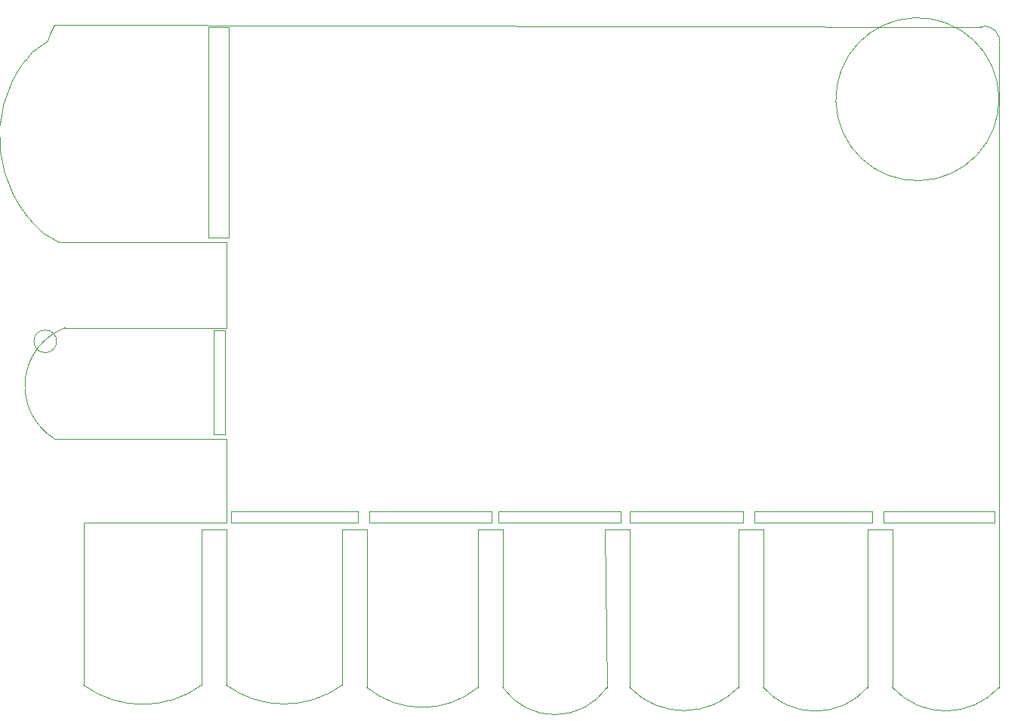
<source format=gbr>
%TF.GenerationSoftware,KiCad,Pcbnew,(5.99.0-11498-g1a301d8eea)*%
%TF.CreationDate,2021-09-07T15:50:55+03:00*%
%TF.ProjectId,f,662e6b69-6361-4645-9f70-636258585858,rev?*%
%TF.SameCoordinates,Original*%
%TF.FileFunction,Profile,NP*%
%FSLAX46Y46*%
G04 Gerber Fmt 4.6, Leading zero omitted, Abs format (unit mm)*
G04 Created by KiCad (PCBNEW (5.99.0-11498-g1a301d8eea)) date 2021-09-07 15:50:55*
%MOMM*%
%LPD*%
G01*
G04 APERTURE LIST*
%TA.AperFunction,Profile*%
%ADD10C,0.100000*%
%TD*%
G04 APERTURE END LIST*
D10*
X180848000Y-91948000D02*
X180848000Y-93218000D01*
X178816000Y-91948000D02*
X180848000Y-91948000D01*
X149733000Y-83312000D02*
X151003000Y-83312000D01*
X165862000Y-93218000D02*
X163322000Y-93218000D01*
X148336000Y-93980000D02*
X148336000Y-111506000D01*
X149098000Y-61214000D02*
X151384000Y-61214000D01*
X209042000Y-93218000D02*
X208026000Y-93218000D01*
X222758000Y-91948000D02*
X223520000Y-91948000D01*
X209042000Y-91948000D02*
X209042000Y-93218000D01*
X151003000Y-71628000D02*
X149733000Y-71628000D01*
X208534000Y-91948000D02*
X209042000Y-91948000D01*
X131318000Y-38354000D02*
X131064000Y-39116000D01*
X163322000Y-91948000D02*
X165862000Y-91948000D01*
X149098000Y-37592000D02*
X149098000Y-61214000D01*
X182118000Y-93980000D02*
X179324000Y-93980000D01*
X166878000Y-93980000D02*
X164084000Y-93980000D01*
X225552000Y-91948000D02*
X224790000Y-91948000D01*
X131064000Y-39116000D02*
X129286000Y-40386000D01*
X211328000Y-93980000D02*
X211328000Y-111760000D01*
X180848000Y-93218000D02*
X180594000Y-93218000D01*
X181610000Y-93218000D02*
X182372000Y-93218000D01*
X195326000Y-91948000D02*
X195326000Y-93218000D01*
X237744000Y-45466000D02*
G75*
G02*
X237744000Y-45466000I-9144000J-254000D01*
G01*
X151003000Y-83312000D02*
X151003000Y-71628000D01*
X135128000Y-93218000D02*
X135128000Y-93980000D01*
X135128000Y-93218000D02*
X151130000Y-93218000D01*
X151130000Y-83820000D02*
X131826000Y-83820000D01*
X237236000Y-93218000D02*
X237236000Y-91948000D01*
X135128000Y-111506000D02*
X135128000Y-93980000D01*
X224790000Y-91948000D02*
X224790000Y-93218000D01*
X181610000Y-91948000D02*
X181610000Y-93218000D01*
X225552000Y-93218000D02*
X237236000Y-93218000D01*
X148336000Y-111506000D02*
G75*
G02*
X135128000Y-111506000I-6604000J9072164D01*
G01*
X196342000Y-91948000D02*
X196342000Y-93218000D01*
X166878000Y-111760000D02*
X166878000Y-93980000D01*
X151130000Y-71374000D02*
X151130000Y-61976000D01*
X223012000Y-93980000D02*
X225806000Y-93980000D01*
X179324000Y-93980000D02*
X179324000Y-111760000D01*
X211074000Y-91948000D02*
X210312000Y-91948000D01*
X196342000Y-93218000D02*
X208026000Y-93218000D01*
X149733000Y-71628000D02*
X149733000Y-83312000D01*
X151638000Y-93218000D02*
X163322000Y-93218000D01*
X163322000Y-91948000D02*
X151638000Y-91948000D01*
X193802000Y-111760000D02*
G75*
G02*
X182118000Y-111760000I-5842000J4055301D01*
G01*
X165862000Y-91948000D02*
X165862000Y-93218000D01*
X167132000Y-91948000D02*
X167132000Y-93218000D01*
X237236000Y-91948000D02*
X225552000Y-91948000D01*
X128524000Y-41402000D02*
X129286000Y-40386000D01*
X178816000Y-91948000D02*
X167132000Y-91948000D01*
X151130000Y-61976000D02*
X151130000Y-61722000D01*
X208534000Y-111760000D02*
G75*
G02*
X196342000Y-111760000I-6096000J5842004D01*
G01*
X151130000Y-93980000D02*
X148336000Y-93980000D01*
X132334000Y-61722000D02*
X130556000Y-60706000D01*
X151384000Y-37846000D02*
X151384000Y-37592000D01*
X223520000Y-91948000D02*
X223520000Y-93218000D01*
X237744000Y-111760000D02*
G75*
G02*
X225806000Y-111760000I-5969000J5439728D01*
G01*
X222758000Y-91948000D02*
X211074000Y-91948000D01*
X196342000Y-93980000D02*
X193548000Y-93980000D01*
X182118000Y-111760000D02*
X182118000Y-93980000D01*
X211328000Y-93980000D02*
X208534000Y-93980000D01*
X208534000Y-93980000D02*
X208534000Y-111760000D01*
X164084000Y-93980000D02*
X164084000Y-111506000D01*
X237744000Y-111760000D02*
X237743999Y-39624000D01*
X193548000Y-93980000D02*
X193802000Y-111760000D01*
X235712000Y-37592000D02*
X131826000Y-37338000D01*
X151130000Y-93218000D02*
X151130000Y-83820000D01*
X151384000Y-37846000D02*
X151384000Y-61214000D01*
X208026000Y-91948000D02*
X196342000Y-91948000D01*
X210312000Y-93218000D02*
X211074000Y-93218000D01*
X151384000Y-37592000D02*
X149098000Y-37592000D01*
X167132000Y-93218000D02*
X178816000Y-93218000D01*
X235712000Y-37591998D02*
G75*
G02*
X237743999Y-39624000I451558J-1580442D01*
G01*
X180594000Y-93218000D02*
X178816000Y-93218000D01*
X223520000Y-93218000D02*
X222758000Y-93218000D01*
X223012000Y-111760000D02*
X223012000Y-93980000D01*
X210312000Y-91948000D02*
X210312000Y-93218000D01*
X208026000Y-91948000D02*
X208534000Y-91948000D01*
X151130000Y-111506000D02*
X151130000Y-93980000D01*
X128524000Y-41402000D02*
G75*
G03*
X130556000Y-60706000I11455984J-8553054D01*
G01*
X224790000Y-93218000D02*
X225552000Y-93218000D01*
X195326000Y-93218000D02*
X194056000Y-93218000D01*
X223012000Y-111760000D02*
G75*
G02*
X211328000Y-111760000I-5842000J5080843D01*
G01*
X164084000Y-111506000D02*
G75*
G02*
X151130000Y-111506000I-6477000J8897703D01*
G01*
X179324000Y-111760000D02*
G75*
G02*
X166878000Y-111760000I-6223000J7528127D01*
G01*
X133056331Y-71373999D02*
G75*
G03*
X131826000Y-83820000I2434372J-6524458D01*
G01*
X151130000Y-71374000D02*
X133056331Y-71374000D01*
X182372000Y-91948000D02*
X181610000Y-91948000D01*
X182372000Y-93218000D02*
X194056000Y-93218000D01*
X211074000Y-93218000D02*
X222758000Y-93218000D01*
X130810000Y-71628000D02*
G75*
G02*
X130810000Y-71628000I0J-1270000D01*
G01*
X151130000Y-61722000D02*
X132334000Y-61722000D01*
X131826000Y-37338000D02*
X131318000Y-38354000D01*
X151638000Y-91948000D02*
X151638000Y-93218000D01*
X196342000Y-111760000D02*
X196342000Y-93980000D01*
X195326000Y-91948000D02*
X182372000Y-91948000D01*
X225806000Y-93980000D02*
X225806000Y-111760000D01*
M02*

</source>
